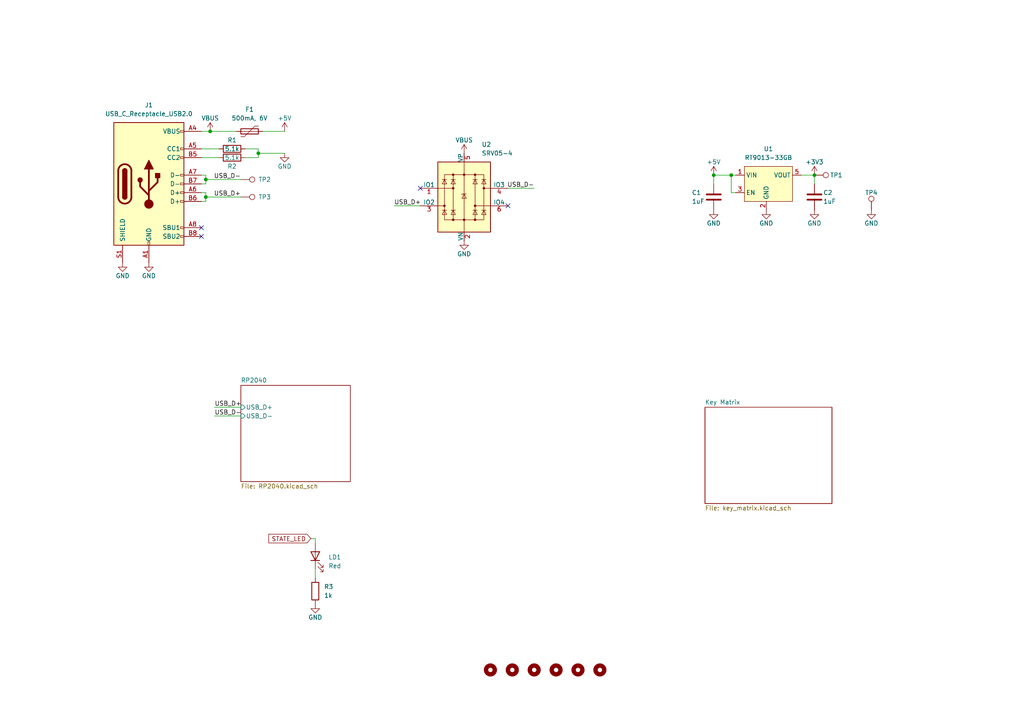
<source format=kicad_sch>
(kicad_sch (version 20211123) (generator eeschema)
  (paper "A4")
  (title_block (title "Fula52 Keyboard") (rev "1.0") (comment 1 "MIT License (Open source hardware)"))
  (lib_symbols
    (symbol "Connector:TestPoint" (pin_numbers hide) (pin_names (offset 0.762) hide)
      (property "Reference" "TP" (at 0 6.858 0))
      (property "Value" "TestPoint" (at 0 5.08 0))
      (symbol "TestPoint_0_1"
        (circle (center 0 3.302) (radius 0.762))
      )
      (symbol "TestPoint_1_1"
        (pin passive line (at 0 0 90) (length 2.54) (name "1") (number "1"))
      )
    )
    (symbol "Connector:USB_C_Receptacle_USB2.0" (pin_names (offset 1.016))
      (property "Reference" "J" (at -10.16 19.05 0))
      (property "Value" "USB_C_Receptacle_USB2.0" (at 19.05 19.05 0))
      (symbol "USB_C_Receptacle_USB2.0_0_0"
        (rectangle (start -0.254 -17.78) (end 0.254 -16.764))
        (rectangle (start 10.16 -14.986) (end 9.144 -15.494))
        (rectangle (start 10.16 -12.446) (end 9.144 -12.954))
        (rectangle (start 10.16 -4.826) (end 9.144 -5.334))
        (rectangle (start 10.16 -2.286) (end 9.144 -2.794))
        (rectangle (start 10.16 0.254) (end 9.144 -0.254))
        (rectangle (start 10.16 2.794) (end 9.144 2.286))
        (rectangle (start 10.16 7.874) (end 9.144 7.366))
        (rectangle (start 10.16 10.414) (end 9.144 9.906))
        (rectangle (start 10.16 15.494) (end 9.144 14.986))
      )
      (symbol "USB_C_Receptacle_USB2.0_0_1"
        (rectangle (start -10.16 17.78) (end 10.16 -17.78) (stroke (width 0.254)) (fill (type background)))
        (arc (start -8.89 -3.81) (mid -6.985 -5.715) (end -5.08 -3.81) (stroke (width 0.508)))
        (arc (start -7.62 -3.81) (mid -6.985 -4.445) (end -6.35 -3.81) (stroke (width 0.254)))
        (arc (start -7.62 -3.81) (mid -6.985 -4.445) (end -6.35 -3.81) (stroke (width 0.254)) (fill (type outline)))
        (rectangle (start -7.62 -3.81) (end -6.35 3.81) (stroke (width 0.254)) (fill (type outline)))
        (arc (start -6.35 3.81) (mid -6.985 4.445) (end -7.62 3.81) (stroke (width 0.254)))
        (arc (start -6.35 3.81) (mid -6.985 4.445) (end -7.62 3.81) (stroke (width 0.254)) (fill (type outline)))
        (arc (start -5.08 3.81) (mid -6.985 5.715) (end -8.89 3.81) (stroke (width 0.508)))
        (circle (center -2.54 1.143) (radius 0.635) (stroke (width 0.254)) (fill (type outline)))
        (circle (center 0 -5.842) (radius 1.27) (fill (type outline)))
        (polyline (pts (xy -8.89 -3.81) (xy -8.89 3.81)) (stroke (width 0.508)))
        (polyline (pts (xy -5.08 3.81) (xy -5.08 -3.81)) (stroke (width 0.508)))
        (polyline (pts (xy 0 -5.842) (xy 0 4.318)) (stroke (width 0.508)))
        (polyline (pts (xy 0 -3.302) (xy -2.54 -0.762) (xy -2.54 0.508)) (stroke (width 0.508)))
        (polyline (pts (xy 0 -2.032) (xy 2.54 0.508) (xy 2.54 1.778)) (stroke (width 0.508)))
        (polyline (pts (xy -1.27 4.318) (xy 0 6.858) (xy 1.27 4.318) (xy -1.27 4.318)) (stroke (width 0.254)) (fill (type outline)))
        (rectangle (start 1.905 1.778) (end 3.175 3.048) (stroke (width 0.254)) (fill (type outline)))
      )
      (symbol "USB_C_Receptacle_USB2.0_1_1"
        (pin passive line (at 0 -22.86 90) (length 5.08) (name "GND") (number "A1"))
        (pin passive line (at 0 -22.86 90) (length 5.08) hide (name "GND") (number "A12"))
        (pin passive line (at 15.24 15.24 180) (length 5.08) (name "VBUS") (number "A4"))
        (pin bidirectional line (at 15.24 10.16 180) (length 5.08) (name "CC1") (number "A5"))
        (pin bidirectional line (at 15.24 -2.54 180) (length 5.08) (name "D+") (number "A6"))
        (pin bidirectional line (at 15.24 2.54 180) (length 5.08) (name "D-") (number "A7"))
        (pin bidirectional line (at 15.24 -12.7 180) (length 5.08) (name "SBU1") (number "A8"))
        (pin passive line (at 15.24 15.24 180) (length 5.08) hide (name "VBUS") (number "A9"))
        (pin passive line (at 0 -22.86 90) (length 5.08) hide (name "GND") (number "B1"))
        (pin passive line (at 0 -22.86 90) (length 5.08) hide (name "GND") (number "B12"))
        (pin passive line (at 15.24 15.24 180) (length 5.08) hide (name "VBUS") (number "B4"))
        (pin bidirectional line (at 15.24 7.62 180) (length 5.08) (name "CC2") (number "B5"))
        (pin bidirectional line (at 15.24 -5.08 180) (length 5.08) (name "D+") (number "B6"))
        (pin bidirectional line (at 15.24 0 180) (length 5.08) (name "D-") (number "B7"))
        (pin bidirectional line (at 15.24 -15.24 180) (length 5.08) (name "SBU2") (number "B8"))
        (pin passive line (at 15.24 15.24 180) (length 5.08) hide (name "VBUS") (number "B9"))
        (pin passive line (at -7.62 -22.86 90) (length 5.08) (name "SHIELD") (number "S1"))
      )
    )
    (symbol "Device:C" (pin_numbers hide) (pin_names (offset 0.254))
      (property "Reference" "C" (at 0.635 2.54 0))
      (property "Value" "C" (at 0.635 -2.54 0))
      (symbol "C_0_1"
        (polyline (pts (xy -2.032 -0.762) (xy 2.032 -0.762)) (stroke (width 0.508)))
        (polyline (pts (xy -2.032 0.762) (xy 2.032 0.762)) (stroke (width 0.508)))
      )
      (symbol "C_1_1"
        (pin passive line (at 0 3.81 270) (length 2.794) (name "~") (number "1"))
        (pin passive line (at 0 -3.81 90) (length 2.794) (name "~") (number "2"))
      )
    )
    (symbol "Device:LED" (pin_numbers hide) (pin_names (offset 1.016) hide)
      (property "Reference" "D" (at 0 2.54 0))
      (property "Value" "LED" (at 0 -2.54 0))
      (symbol "LED_0_1"
        (polyline (pts (xy -1.27 -1.27) (xy -1.27 1.27)) (stroke (width 0.254)))
        (polyline (pts (xy -1.27 0) (xy 1.27 0)))
        (polyline (pts (xy 1.27 -1.27) (xy 1.27 1.27) (xy -1.27 0) (xy 1.27 -1.27)) (stroke (width 0.254)))
        (polyline (pts (xy -3.048 -0.762) (xy -4.572 -2.286) (xy -3.81 -2.286) (xy -4.572 -2.286) (xy -4.572 -1.524)))
        (polyline (pts (xy -1.778 -0.762) (xy -3.302 -2.286) (xy -2.54 -2.286) (xy -3.302 -2.286) (xy -3.302 -1.524)))
      )
      (symbol "LED_1_1"
        (pin passive line (at -3.81 0 0) (length 2.54) (name "K") (number "1"))
        (pin passive line (at 3.81 0 180) (length 2.54) (name "A") (number "2"))
      )
    )
    (symbol "Device:Polyfuse" (pin_numbers hide) (pin_names (offset 0))
      (property "Reference" "F" (at -2.54 0 90))
      (property "Value" "Polyfuse" (at 2.54 0 90))
      (symbol "Polyfuse_0_1"
        (rectangle (start -0.762 2.54) (end 0.762 -2.54) (stroke (width 0.254)))
        (polyline (pts (xy 0 2.54) (xy 0 -2.54)))
        (polyline (pts (xy -1.524 2.54) (xy -1.524 1.524) (xy 1.524 -1.524) (xy 1.524 -2.54)))
      )
      (symbol "Polyfuse_1_1"
        (pin passive line (at 0 3.81 270) (length 1.27) (name "~") (number "1"))
        (pin passive line (at 0 -3.81 90) (length 1.27) (name "~") (number "2"))
      )
    )
    (symbol "Device:R" (pin_numbers hide) (pin_names (offset 0))
      (property "Reference" "R" (at 2.032 0 90))
      (property "Value" "R" (at 0 0 90))
      (symbol "R_0_1"
        (rectangle (start -1.016 -2.54) (end 1.016 2.54) (stroke (width 0.254)))
      )
      (symbol "R_1_1"
        (pin passive line (at 0 3.81 270) (length 1.27) (name "~") (number "1"))
        (pin passive line (at 0 -3.81 90) (length 1.27) (name "~") (number "2"))
      )
    )
    (symbol "Mechanical:MountingHole" (pin_names (offset 1.016))
      (property "Reference" "H" (at 0 5.08 0))
      (property "Value" "MountingHole" (at 0 3.175 0))
      (symbol "MountingHole_0_1"
        (circle (center 0 0) (radius 1.27) (stroke (width 1.27)))
      )
    )
    (symbol "Power_Protection:SRV05-4" (pin_names (offset 0))
      (property "Reference" "U" (at -5.08 11.43 0))
      (property "Value" "SRV05-4" (at 2.54 11.43 0))
      (symbol "SRV05-4_0_0"
        (rectangle (start -5.715 6.477) (end 5.715 -6.604))
        (polyline (pts (xy -3.175 -6.604) (xy -3.175 6.477)))
        (polyline (pts (xy 3.175 6.477) (xy 3.175 -6.604)))
      )
      (symbol "SRV05-4_0_1"
        (rectangle (start -7.62 10.16) (end 7.62 -10.16) (stroke (width 0.254)) (fill (type background)))
        (circle (center -5.715 -2.54) (radius 0.2794) (fill (type outline)))
        (circle (center -3.175 -6.604) (radius 0.2794) (fill (type outline)))
        (circle (center -3.175 2.54) (radius 0.2794) (fill (type outline)))
        (circle (center -3.175 6.477) (radius 0.2794) (fill (type outline)))
        (circle (center 0 -6.604) (radius 0.2794) (fill (type outline)))
        (polyline (pts (xy -7.747 2.54) (xy -3.175 2.54)))
        (polyline (pts (xy -7.62 -2.54) (xy -5.715 -2.54)))
        (polyline (pts (xy -5.08 -3.81) (xy -6.35 -3.81)))
        (polyline (pts (xy -5.08 5.08) (xy -6.35 5.08)))
        (polyline (pts (xy -2.54 -3.81) (xy -3.81 -3.81)))
        (polyline (pts (xy -2.54 5.08) (xy -3.81 5.08)))
        (polyline (pts (xy 0 10.16) (xy 0 -10.16)))
        (polyline (pts (xy 3.81 -3.81) (xy 2.54 -3.81)))
        (polyline (pts (xy 3.81 5.08) (xy 2.54 5.08)))
        (polyline (pts (xy 6.35 -3.81) (xy 5.08 -3.81)))
        (polyline (pts (xy 6.35 5.08) (xy 5.08 5.08)))
        (polyline (pts (xy 7.62 -2.54) (xy 3.175 -2.54)))
        (polyline (pts (xy 7.62 2.54) (xy 5.715 2.54)))
        (polyline (pts (xy 0.635 0.889) (xy -0.635 0.889) (xy -0.635 0.635)))
        (polyline (pts (xy -5.08 -5.08) (xy -6.35 -5.08) (xy -5.715 -3.81) (xy -5.08 -5.08)))
        (polyline (pts (xy -5.08 3.81) (xy -6.35 3.81) (xy -5.715 5.08) (xy -5.08 3.81)))
        (polyline (pts (xy -2.54 -5.08) (xy -3.81 -5.08) (xy -3.175 -3.81) (xy -2.54 -5.08)))
        (polyline (pts (xy -2.54 3.81) (xy -3.81 3.81) (xy -3.175 5.08) (xy -2.54 3.81)))
        (polyline (pts (xy 0.635 -0.381) (xy -0.635 -0.381) (xy 0 0.889) (xy 0.635 -0.381)))
        (polyline (pts (xy 3.81 -5.08) (xy 2.54 -5.08) (xy 3.175 -3.81) (xy 3.81 -5.08)))
        (polyline (pts (xy 3.81 3.81) (xy 2.54 3.81) (xy 3.175 5.08) (xy 3.81 3.81)))
        (polyline (pts (xy 6.35 -5.08) (xy 5.08 -5.08) (xy 5.715 -3.81) (xy 6.35 -5.08)))
        (polyline (pts (xy 6.35 3.81) (xy 5.08 3.81) (xy 5.715 5.08) (xy 6.35 3.81)))
        (circle (center 0 6.477) (radius 0.2794) (fill (type outline)))
        (circle (center 3.175 -6.604) (radius 0.2794) (fill (type outline)))
        (circle (center 3.175 -2.54) (radius 0.2794) (fill (type outline)))
        (circle (center 3.175 6.477) (radius 0.2794) (fill (type outline)))
        (circle (center 5.715 2.54) (radius 0.2794) (fill (type outline)))
      )
      (symbol "SRV05-4_1_1"
        (pin passive line (at -12.7 2.54 0) (length 5.08) (name "IO1") (number "1"))
        (pin passive line (at 0 -12.7 90) (length 2.54) (name "VN") (number "2"))
        (pin passive line (at -12.7 -2.54 0) (length 5.08) (name "IO2") (number "3"))
        (pin passive line (at 12.7 2.54 180) (length 5.08) (name "IO3") (number "4"))
        (pin passive line (at 0 12.7 270) (length 2.54) (name "VP") (number "5"))
        (pin passive line (at 12.7 -2.54 180) (length 5.08) (name "IO4") (number "6"))
      )
    )
    (symbol "power:+3V3" (power) (pin_names (offset 0))
      (property "Value" "+3V3" (at 0 3.556 0))
      (symbol "+3V3_0_1"
        (polyline (pts (xy -0.762 1.27) (xy 0 2.54)))
        (polyline (pts (xy 0 0) (xy 0 2.54)))
        (polyline (pts (xy 0 2.54) (xy 0.762 1.27)))
      )
      (symbol "+3V3_1_1"
        (pin power_in line (at 0 0 90) (length 0) hide (name "+3V3") (number "1"))
      )
    )
    (symbol "power:+5V" (power) (pin_names (offset 0))
      (property "Value" "+5V" (at 0 3.556 0))
      (symbol "+5V_0_1"
        (polyline (pts (xy -0.762 1.27) (xy 0 2.54)))
        (polyline (pts (xy 0 0) (xy 0 2.54)))
        (polyline (pts (xy 0 2.54) (xy 0.762 1.27)))
      )
      (symbol "+5V_1_1"
        (pin power_in line (at 0 0 90) (length 0) hide (name "+5V") (number "1"))
      )
    )
    (symbol "power:GND" (power) (pin_names (offset 0))
      (property "Value" "GND" (at 0 -3.81 0))
      (symbol "GND_0_1"
        (polyline (pts (xy 0 0) (xy 0 -1.27) (xy 1.27 -1.27) (xy 0 -2.54) (xy -1.27 -1.27) (xy 0 -1.27)))
      )
      (symbol "GND_1_1"
        (pin power_in line (at 0 0 270) (length 0) hide (name "GND") (number "1"))
      )
    )
    (symbol "power:VBUS" (power) (pin_names (offset 0))
      (property "Value" "VBUS" (at 0 3.81 0))
      (symbol "VBUS_0_1"
        (polyline (pts (xy -0.762 1.27) (xy 0 2.54)))
        (polyline (pts (xy 0 0) (xy 0 2.54)))
        (polyline (pts (xy 0 2.54) (xy 0.762 1.27)))
      )
      (symbol "VBUS_1_1"
        (pin power_in line (at 0 0 90) (length 0) hide (name "VBUS") (number "1"))
      )
    )
    (symbol "rp-micro:RT9013-33GB"
      (property "Reference" "U?" (at 0 8.89 0))
      (property "Value" "RT9013-33GB" (at 0 6.35 0))
      (symbol "RT9013-33GB_0_0"
        (pin no_connect non_logic (at 10.16 -2.54 180) (length 2.54) hide (name "NC") (number "4"))
      )
      (symbol "RT9013-33GB_0_1"
        (rectangle (start -6.35 5.08) (end 7.62 -5.08) (fill (type background)))
      )
      (symbol "RT9013-33GB_1_1"
        (pin power_in line (at -8.89 2.54 0) (length 2.54) (name "VIN") (number "1"))
        (pin power_in line (at 0 -7.62 90) (length 2.54) (name "GND") (number "2"))
        (pin input line (at -8.89 -2.54 0) (length 2.54) (name "EN") (number "3"))
        (pin power_out line (at 10.16 2.54 180) (length 2.54) (name "VOUT") (number "5"))
      )
    )
  )
  (junction (at 59.69 57.15))
  (junction (at 60.96 38.1))
  (junction (at 207.01 50.8))
  (junction (at 236.22 50.8))
  (junction (at 59.69 52.07))
  (junction (at 212.09 50.8))
  (junction (at 74.93 44.45))
  (no_connect (at 58.42 68.58))
  (no_connect (at 121.92 54.61))
  (no_connect (at 147.32 59.69))
  (no_connect (at 58.42 66.04))
  (wire (pts (xy 62.23 118.11) (xy 69.85 118.11)))
  (wire (pts (xy 74.93 45.72) (xy 71.12 45.72)))
  (wire (pts (xy 58.42 38.1) (xy 60.96 38.1)))
  (wire (pts (xy 232.41 50.8) (xy 236.22 50.8)))
  (wire (pts (xy 212.09 50.8) (xy 213.36 50.8)))
  (wire (pts (xy 82.55 38.1) (xy 76.2 38.1)))
  (wire (pts (xy 91.44 157.48) (xy 91.44 156.21)))
  (wire (pts (xy 59.69 52.07) (xy 59.69 53.34)))
  (wire (pts (xy 58.42 45.72) (xy 63.5 45.72)))
  (wire (pts (xy 59.69 53.34) (xy 58.42 53.34)))
  (wire (pts (xy 207.01 50.8) (xy 212.09 50.8)))
  (wire (pts (xy 74.93 43.18) (xy 74.93 44.45)))
  (wire (pts (xy 59.69 50.8) (xy 59.69 52.07)))
  (wire (pts (xy 154.94 54.61) (xy 147.32 54.61)))
  (wire (pts (xy 59.69 55.88) (xy 59.69 57.15)))
  (wire (pts (xy 74.93 44.45) (xy 74.93 45.72)))
  (wire (pts (xy 236.22 50.8) (xy 236.22 53.34)))
  (wire (pts (xy 213.36 55.88) (xy 212.09 55.88)))
  (wire (pts (xy 63.5 43.18) (xy 58.42 43.18)))
  (wire (pts (xy 74.93 44.45) (xy 82.55 44.45)))
  (wire (pts (xy 212.09 55.88) (xy 212.09 50.8)))
  (wire (pts (xy 58.42 50.8) (xy 59.69 50.8)))
  (wire (pts (xy 62.23 120.65) (xy 69.85 120.65)))
  (wire (pts (xy 207.01 50.8) (xy 207.01 53.34)))
  (wire (pts (xy 59.69 52.07) (xy 69.85 52.07)))
  (wire (pts (xy 58.42 55.88) (xy 59.69 55.88)))
  (wire (pts (xy 74.93 43.18) (xy 71.12 43.18)))
  (wire (pts (xy 68.58 38.1) (xy 60.96 38.1)))
  (wire (pts (xy 59.69 57.15) (xy 69.85 57.15)))
  (wire (pts (xy 59.69 57.15) (xy 59.69 58.42)))
  (wire (pts (xy 90.17 156.21) (xy 91.44 156.21)))
  (wire (pts (xy 114.3 59.69) (xy 121.92 59.69)))
  (wire (pts (xy 58.42 58.42) (xy 59.69 58.42)))
  (wire (pts (xy 91.44 167.64) (xy 91.44 165.1)))
  (label "USB_D-" (at 69.85 52.07 180))
  (label "USB_D+" (at 69.85 57.15 180))
  (label "USB_D+" (at 62.23 118.11 0))
  (label "USB_D-" (at 154.94 54.61 180))
  (label "USB_D-" (at 62.23 120.65 0))
  (label "USB_D+" (at 114.3 59.69 0))
  (global_label "STATE_LED" (shape input) (at 90.17 156.21 180) (property "Intersheet References" "${INTERSHEET_REFS}" (effects hide)))
  (symbol (lib_id "power:+5V") (at 207.01 50.8 0) (unit 1)
    (property "Reference" "#PWR05" (effects hide))
    (property "Value" "+5V" (at 207.01 46.99 0))
  )
  (symbol (lib_id "Connector:TestPoint") (at 69.85 52.07 270) (unit 1) (in_bom no)
    (property "Reference" "TP2" (at 74.93 52.07 90) (effects (justify left)))
    (property "Value" "TestPoint" (effects hide))
    (property "Footprint" "TestPoint:TestPoint_Pad_1.5x1.5mm" (effects hide))
  )
  (symbol (lib_id "Mechanical:MountingHole") (at 142.24 194.31 0) (unit 1) (in_bom no)
    (property "Reference" "H1" (effects hide))
    (property "Value" "MountingHole" (effects hide))
    (property "Footprint" "MountingHole:MountingHole_2.2mm_M2" (effects hide))
  )
  (symbol (lib_id "Mechanical:MountingHole") (at 173.99 194.31 0) (unit 1) (in_bom no)
    (property "Reference" "H6" (effects hide))
    (property "Value" "MountingHole" (effects hide))
    (property "Footprint" "MountingHole:MountingHole_2.2mm_M2" (effects hide))
  )
  (symbol (lib_id "power:VBUS") (at 60.96 38.1 0) (unit 1)
    (property "Reference" "#PWR01" (effects hide))
    (property "Value" "VBUS" (at 60.96 34.29 0))
  )
  (symbol (lib_id "power:GND") (at 252.73 60.96 0) (unit 1)
    (property "Reference" "#PWR010" (effects hide))
    (property "Value" "GND" (at 252.73 64.77 0))
  )
  (symbol (lib_id "power:GND") (at 207.01 60.96 0) (unit 1)
    (property "Reference" "#PWR07" (effects hide))
    (property "Value" "GND" (at 207.01 64.77 0))
  )
  (symbol (lib_id "power:+5V") (at 82.55 38.1 0) (unit 1)
    (property "Reference" "#PWR02" (effects hide))
    (property "Value" "+5V" (at 82.55 34.29 0))
  )
  (symbol (lib_id "power:GND") (at 134.62 69.85 0) (unit 1)
    (property "Reference" "#PWR011" (effects hide))
    (property "Value" "GND" (at 134.62 73.66 0))
  )
  (symbol (lib_id "Connector:TestPoint") (at 236.22 50.8 270) (unit 1) (in_bom no)
    (property "Reference" "TP1" (at 242.57 50.8 90))
    (property "Value" "TestPoint" (effects hide))
    (property "Footprint" "TestPoint:TestPoint_Pad_D2.5mm" (effects hide))
  )
  (symbol (lib_id "Mechanical:MountingHole") (at 154.94 194.31 0) (unit 1) (in_bom no)
    (property "Reference" "H3" (effects hide))
    (property "Value" "MountingHole" (effects hide))
    (property "Footprint" "MountingHole:MountingHole_2.2mm_M2" (effects hide))
  )
  (symbol (lib_id "Device:LED") (at 91.44 161.29 90) (unit 1)
    (property "Reference" "LD1" (at 95.25 161.6074 90) (effects (justify right)))
    (property "Value" "Red" (at 95.25 164.1474 90) (effects (justify right)))
    (property "Footprint" "LED_SMD:LED_0603_1608Metric" (effects hide))
    (property "LCSC" "C2286" (effects hide))
    (property "MFR. Part #" "KT-0603R" (effects hide))
  )
  (symbol (lib_id "power:GND") (at 222.25 60.96 0) (unit 1)
    (property "Reference" "#PWR08" (effects hide))
    (property "Value" "GND" (at 222.25 64.77 0))
  )
  (symbol (lib_id "Device:R") (at 91.44 171.45 0) (mirror y) (unit 1)
    (property "Reference" "R3" (at 93.98 170.18 0) (effects (justify right)))
    (property "Value" "1k" (at 93.98 172.72 0) (effects (justify right)))
    (property "Footprint" "Resistor_SMD:R_0402_1005Metric" (effects hide))
    (property "MFR. Part #" "0402WGF1001TCE " (effects hide))
    (property "LCSC" "C11702" (effects hide))
  )
  (symbol (lib_id "power:GND") (at 236.22 60.96 0) (unit 1)
    (property "Reference" "#PWR09" (effects hide))
    (property "Value" "GND" (at 236.22 64.77 0))
  )
  (symbol (lib_id "Mechanical:MountingHole") (at 161.29 194.31 0) (unit 1) (in_bom no)
    (property "Reference" "H4" (effects hide))
    (property "Value" "MountingHole" (effects hide))
    (property "Footprint" "MountingHole:MountingHole_2.2mm_M2" (effects hide))
  )
  (symbol (lib_id "Device:R") (at 67.31 45.72 90) (unit 1)
    (property "Reference" "R2" (at 67.31 48.26 90))
    (property "Value" "5.1k" (at 67.31 45.72 90))
    (property "Footprint" "Resistor_SMD:R_0402_1005Metric" (effects hide))
    (property "MFR. Part #" "0402WGF5101TCE" (effects hide))
    (property "LCSC" "C25905" (effects hide))
  )
  (symbol (lib_id "power:GND") (at 82.55 44.45 0) (unit 1)
    (property "Reference" "#PWR03" (effects hide))
    (property "Value" "GND" (at 82.55 48.26 0))
  )
  (symbol (lib_id "Connector:TestPoint") (at 69.85 57.15 270) (unit 1) (in_bom no)
    (property "Reference" "TP3" (at 74.93 57.15 90) (effects (justify left)))
    (property "Value" "TestPoint" (effects hide))
    (property "Footprint" "TestPoint:TestPoint_Pad_1.5x1.5mm" (effects hide))
  )
  (symbol (lib_id "Connector:USB_C_Receptacle_USB2.0") (at 43.18 53.34 0) (unit 1)
    (property "Reference" "J1" (at 43.18 30.48 0))
    (property "Value" "USB_C_Receptacle_USB2.0" (at 43.18 33.02 0))
    (property "Footprint" "Connector_USB:USB_C_Receptacle_HRO_TYPE-C-31-M-12" (effects hide))
    (property "Datasheet" "https://www.usb.org/sites/default/files/documents/usb_type-c.zip" (effects hide))
    (property "MFR. Part #" "TYPE-C-31-M-12" (effects hide))
    (property "LCSC" "C165948" (effects hide))
  )
  (symbol (lib_id "Mechanical:MountingHole") (at 148.59 194.31 0) (unit 1) (in_bom no)
    (property "Reference" "H2" (effects hide))
    (property "Value" "MountingHole" (effects hide))
    (property "Footprint" "MountingHole:MountingHole_2.2mm_M2" (effects hide))
  )
  (symbol (lib_id "power:+3V3") (at 236.22 50.8 0) (unit 1)
    (property "Reference" "#PWR06" (effects hide))
    (property "Value" "+3V3" (at 236.22 46.99 0))
  )
  (symbol (lib_id "Power_Protection:SRV05-4") (at 134.62 57.15 0) (unit 1)
    (property "Reference" "U2" (at 139.7 41.91 0) (effects (justify left)))
    (property "Value" "SRV05-4" (at 139.7 44.45 0) (effects (justify left)))
    (property "Footprint" "Package_TO_SOT_SMD:SOT-23-6" (effects hide))
    (property "Datasheet" "http://www.onsemi.com/pub/Collateral/SRV05-4-D.PDF" (effects hide))
    (property "LCSC" "C85364" (effects hide))
    (property "MFR. Part #" "SRV05-4-P-T7" (effects hide))
  )
  (symbol (lib_id "power:GND") (at 35.56 76.2 0) (unit 1)
    (property "Reference" "#PWR012" (effects hide))
    (property "Value" "GND" (at 35.56 80.01 0))
  )
  (symbol (lib_id "power:VBUS") (at 134.62 44.45 0) (unit 1)
    (property "Reference" "#PWR0102" (effects hide))
    (property "Value" "VBUS" (at 134.62 40.64 0))
  )
  (symbol (lib_id "power:GND") (at 91.44 175.26 0) (unit 1)
    (property "Reference" "#PWR0101" (effects hide))
    (property "Value" "GND" (at 91.44 179.07 0))
  )
  (symbol (lib_id "Device:C") (at 236.22 57.15 0) (unit 1)
    (property "Reference" "C2" (at 238.76 55.88 0) (effects (justify left)))
    (property "Value" "1uF" (at 238.76 58.42 0) (effects (justify left)))
    (property "Footprint" "Capacitor_SMD:C_0402_1005Metric" (effects hide))
    (property "MFR. Part #" "CL05A105KA5NQNC" (effects hide))
    (property "LCSC" "C52923" (effects hide))
  )
  (symbol (lib_id "Mechanical:MountingHole") (at 167.64 194.31 0) (unit 1) (in_bom no)
    (property "Reference" "H5" (effects hide))
    (property "Value" "MountingHole" (effects hide))
    (property "Footprint" "MountingHole:MountingHole_2.2mm_M2" (effects hide))
  )
  (symbol (lib_id "rp-micro:RT9013-33GB") (at 222.25 53.34 0) (unit 1)
    (property "Reference" "U1" (at 222.885 43.18 0))
    (property "Value" "RT9013-33GB" (at 222.885 45.72 0))
    (property "Footprint" "Package_TO_SOT_SMD:SOT-23-5" (effects hide))
    (property "MFR. Part #" "RT9013-33GB" (effects hide))
    (property "LCSC" "C47773" (effects hide))
  )
  (symbol (lib_id "Device:Polyfuse") (at 72.39 38.1 90) (unit 1)
    (property "Reference" "F1" (at 72.39 31.75 90))
    (property "Value" "500mA, 6V" (at 72.39 34.29 90))
    (property "Footprint" "Fuse:Fuse_0805_2012Metric" (effects hide))
    (property "MFR. Part #" "SMD0805B050TF" (effects hide))
    (property "LCSC" "C269104" (effects hide))
  )
  (symbol (lib_id "power:GND") (at 43.18 76.2 0) (unit 1)
    (property "Reference" "#PWR013" (effects hide))
    (property "Value" "GND" (at 43.18 80.01 0))
  )
  (symbol (lib_id "Connector:TestPoint") (at 252.73 60.96 0) (unit 1) (in_bom no)
    (property "Reference" "TP4" (at 252.73 55.88 0))
    (property "Value" "TestPoint" (effects hide))
    (property "Footprint" "TestPoint:TestPoint_Pad_D2.5mm" (effects hide))
  )
  (symbol (lib_id "Device:R") (at 67.31 43.18 90) (unit 1)
    (property "Reference" "R1" (at 67.31 40.64 90))
    (property "Value" "5.1k" (at 67.31 43.18 90))
    (property "Footprint" "Resistor_SMD:R_0402_1005Metric" (effects hide))
    (property "MFR. Part #" "0402WGF5101TCE" (effects hide))
    (property "LCSC" "C25905" (effects hide))
  )
  (symbol (lib_id "Device:C") (at 207.01 57.15 0) (unit 1)
    (property "Reference" "C1" (at 200.66 55.88 0) (effects (justify left)))
    (property "Value" "1uF" (at 200.66 58.42 0) (effects (justify left)))
    (property "Footprint" "Capacitor_SMD:C_0402_1005Metric" (effects hide))
    (property "MFR. Part #" "CL05A105KA5NQNC" (effects hide))
    (property "LCSC" "C52923" (effects hide))
  )
  (sheet (at 69.85 111.76) (size 31.75 27.94) (stroke (width 0.1524))
    (property "Sheet name" "RP2040" (at 69.85 111.0484 0) (effects (justify left bottom)))
    (property "Sheet file" "RP2040.kicad_sch" (at 69.85 140.2846 0) (effects (justify left top)))
    (pin "USB_D+" input (at 69.85 118.11 180))
    (pin "USB_D-" input (at 69.85 120.65 180))
  )
  (sheet (at 204.47 118.11) (size 36.83 27.94) (stroke (width 0.1524))
    (property "Sheet name" "Key Matrix" (at 204.47 117.3984 0) (effects (justify left bottom)))
    (property "Sheet file" "key_matrix.kicad_sch" (at 204.47 146.6346 0) (effects (justify left top)))
  )
)
</source>
